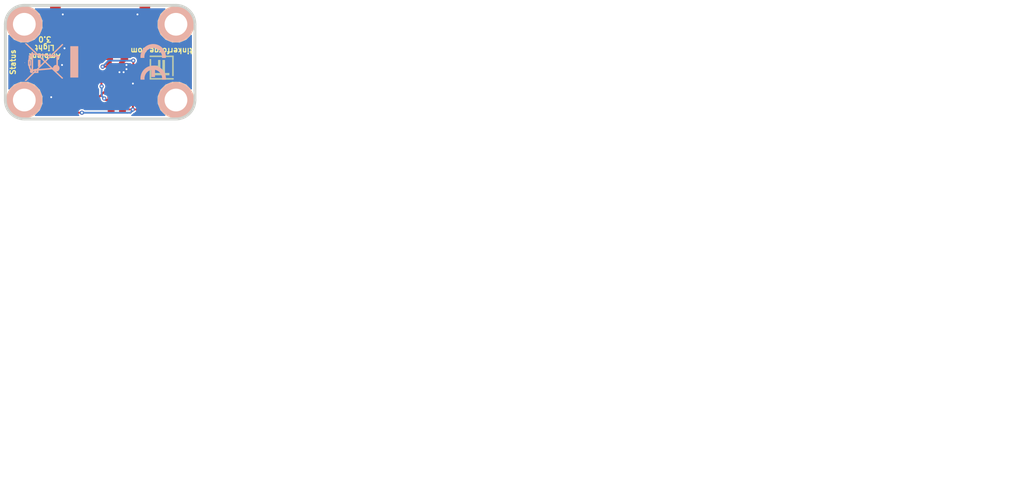
<source format=kicad_pcb>
(kicad_pcb (version 4) (host pcbnew 4.0.2+dfsg1-stable)
  (title_block (title "Ambient Light Bricklet") (date "Do 02 Apr 2015") (rev 2.0) (company Tinkerforge) (comment 1 "Licensed under CERN OHL v.1.1") (comment 2 "Copyright (©) 2015, B.Nordmeyer <bastian@tinkerforge.com>"))
  (layers (0 F.Cu signal) (31 B.Cu signal) (34 B.Paste user) (35 F.Paste user) (36 B.SilkS user) (37 F.SilkS user) (38 B.Mask user) (39 F.Mask user) (44 Edge.Cuts user))
  (net 0 "")
  (net 1 GND)
  (net 2 VCC)
  (net 3 SCL)
  (net 4 SDA)
  (net 5 "Net-(P1-Pad6)")
  (net 6 "Net-(P1-Pad1)")
  (net 7 "Net-(C1-Pad1)")
  (net 8 "Net-(D1-Pad2)")
  (net 9 "Net-(P1-Pad4)")
  (net 10 "Net-(P1-Pad5)")
  (net 11 "Net-(P2-Pad1)")
  (net 12 "Net-(P3-Pad2)")
  (net 13 "Net-(R3-Pad1)")
  (net 14 S-MISO)
  (net 15 S-MOSI)
  (net 16 S-CLK)
  (net 17 S-CS)
  (net 18 "Net-(U1-Pad2)")
  (net 19 "Net-(U1-Pad3)")
  (net 20 "Net-(U1-Pad5)")
  (net 21 "Net-(U1-Pad6)")
  (net 22 "Net-(U1-Pad8)")
  (net 23 "Net-(U1-Pad11)")
  (net 24 "Net-(U1-Pad12)")
  (net 25 "Net-(U1-Pad13)")
  (net 26 "Net-(U1-Pad14)")
  (net 27 "Net-(U1-Pad16)")
  (net 28 "Net-(U1-Pad18)")
  (net 29 "Net-(U1-Pad20)")
  (net 30 "Net-(U1-Pad21)")
  (module kicad-libraries:Fiducial_Mark (layer F.Cu) (at 138.9 88)
    (fp_text reference Fiducial_Mark hide)
    (fp_text value VAL** hide)
    (pad 1 smd circle (at 0 0) (size 1.00076 1.00076) (layers F.Cu F.Paste F.Mask) (clearance 0.65024))
  )
  (module kicad-libraries:Fiducial_Mark (layer F.Cu) (at 153.4 95)
    (fp_text reference Fiducial_Mark hide)
    (fp_text value VAL** hide)
    (pad 1 smd circle (at 0 0) (size 1.00076 1.00076) (layers F.Cu F.Paste F.Mask) (clearance 0.65024))
  )
  (module kicad-libraries:CE_5mm (layer B.Cu) (at 149.4 94 270)
    (fp_text reference VAL hide)
    (fp_text value CE_5mm hide)
  )
  (module kicad-libraries:WEEE_7mm_back (layer B.Cu) (at 136 94 90)
    (fp_text reference VAL hide)
    (fp_text value WEEE_7mm_back hide)
  )
  (module kicad-libraries:Logo_31x31 (layer F.Cu) (at 152.1 96.3 180)
    (fp_text reference G*** hide)
    (fp_text value Logo_31x31 hide)
  )
  (module kicad-libraries:DRILL_NP (layer F.Cu) (at 152.4 89)
    (fp_text reference U6 hide)
    (fp_text value DRILL hide)
    (pad "" np_thru_hole circle (at 0 0) (size 2.99974 2.99974) (drill 2.99974) (layers *.Cu *.Mask F.SilkS) (clearance 0.89916))
  )
  (module kicad-libraries:DRILL_NP (layer F.Cu) (at 132.4 99)
    (fp_text reference U5 hide)
    (fp_text value DRILL hide)
    (pad "" np_thru_hole circle (at 0 0) (size 2.99974 2.99974) (drill 2.99974) (layers *.Cu *.Mask F.SilkS) (clearance 0.89916))
  )
  (module kicad-libraries:DRILL_NP (layer F.Cu) (at 132.4 89)
    (fp_text reference U4 hide)
    (fp_text value DRILL hide)
    (pad "" np_thru_hole circle (at 0 0) (size 2.99974 2.99974) (drill 2.99974) (layers *.Cu *.Mask F.SilkS) (clearance 0.89916))
  )
  (module kicad-libraries:DRILL_NP (layer F.Cu) (at 152.4 99)
    (fp_text reference U3 hide)
    (fp_text value DRILL hide)
    (pad "" np_thru_hole circle (at 0 0) (size 2.99974 2.99974) (drill 2.99974) (layers *.Cu *.Mask F.SilkS) (clearance 0.89916))
  )
  (module kicad-libraries:LTR-329ALS (layer F.Cu) (at 144.6 98.3 90)
    (fp_text reference U2)
    (fp_text value LTR-329ALS)
    (pad 1 smd rect (at -0.7 0.775 90) (size 0.9 0.95) (layers F.Cu F.Paste F.Mask) (net 2 VCC))
    (pad 2 smd rect (at 0.7 0.775 90) (size 0.9 0.95) (layers F.Cu F.Paste F.Mask) (net 1 GND))
    (pad 3 smd rect (at 0.7 -0.775 90) (size 0.9 0.95) (layers F.Cu F.Paste F.Mask) (net 4 SDA))
    (pad 4 smd rect (at -0.7 -0.775 90) (size 0.9 0.95) (layers F.Cu F.Paste F.Mask) (net 3 SCL))
  )
  (module C0402F (layer F.Cu) (at 138.2 92.8 180)
    (fp_text reference C1)
    (fp_text value 220pF)
    (pad 2 smd rect (at 0.5 0 180) (size 0.6 0.7) (layers F.Cu F.Paste F.Mask) (net 1 GND))
    (pad 1 smd rect (at -0.5 0 180) (size 0.6 0.7) (layers F.Cu F.Paste F.Mask) (net 7 "Net-(C1-Pad1)"))
  )
  (module C0805 (layer F.Cu) (at 144.6 93.1)
    (fp_text reference C3)
    (fp_text value 10uF)
    (pad 1 smd rect (at -1.00076 0) (size 1.00076 1.24968) (layers F.Cu F.Paste F.Mask) (net 2 VCC) (clearance 0.14986))
    (pad 2 smd rect (at 1.00076 0) (size 1.00076 1.24968) (layers F.Cu F.Paste F.Mask) (net 1 GND) (clearance 0.14986))
  )
  (module C0603F (layer F.Cu) (at 144.4 94.6)
    (fp_text reference C4)
    (fp_text value 1uF)
    (pad 1 smd rect (at -0.75 0) (size 0.9 0.9) (layers F.Cu F.Paste F.Mask) (net 2 VCC))
    (pad 2 smd rect (at 0.75 0) (size 0.9 0.9) (layers F.Cu F.Paste F.Mask) (net 1 GND))
  )
  (module C0603F (layer F.Cu) (at 137 99.7 135)
    (fp_text reference C5)
    (fp_text value 100nF)
    (pad 1 smd rect (at -0.75 0 135) (size 0.9 0.9) (layers F.Cu F.Paste F.Mask) (net 2 VCC))
    (pad 2 smd rect (at 0.75 0 135) (size 0.9 0.9) (layers F.Cu F.Paste F.Mask) (net 1 GND))
  )
  (module D0603F (layer F.Cu) (at 132.1 94 90)
    (fp_text reference D1)
    (fp_text value blue)
    (pad 1 smd rect (at -0.75 0 90) (size 0.9 0.9) (layers F.Cu F.Paste F.Mask) (net 2 VCC))
    (pad 2 smd rect (at 0.75 0 90) (size 0.9 0.9) (layers F.Cu F.Paste F.Mask) (net 8 "Net-(D1-Pad2)"))
  )
  (module kicad-libraries:CON-SENSOR2 (layer F.Cu) (at 142.4 86.5 180)
    (fp_text reference P1)
    (fp_text value CON-SENSOR2)
    (pad 1 smd rect (at -3.75 -4.6 180) (size 0.6 1.8) (layers F.Cu F.Paste F.Mask) (net 6 "Net-(P1-Pad1)"))
    (pad 2 smd rect (at -2.5 -4.6 180) (size 0.6 1.8) (layers F.Cu F.Paste F.Mask) (net 1 GND))
    (pad EP smd rect (at -5.9 -1.2 180) (size 1.4 2.4) (layers F.Cu F.Paste F.Mask) (net 1 GND))
    (pad EP smd rect (at 5.9 -1.2 180) (size 1.4 2.4) (layers F.Cu F.Paste F.Mask) (net 1 GND))
    (pad 3 smd rect (at -1.25 -4.6 180) (size 0.6 1.8) (layers F.Cu F.Paste F.Mask) (net 2 VCC))
    (pad 4 smd rect (at 0 -4.6 180) (size 0.6 1.8) (layers F.Cu F.Paste F.Mask) (net 9 "Net-(P1-Pad4)"))
    (pad 5 smd rect (at 1.25 -4.6 180) (size 0.6 1.8) (layers F.Cu F.Paste F.Mask) (net 10 "Net-(P1-Pad5)"))
    (pad 6 smd rect (at 2.5 -4.6 180) (size 0.6 1.8) (layers F.Cu F.Paste F.Mask) (net 5 "Net-(P1-Pad6)"))
    (pad 7 smd rect (at 3.75 -4.6 180) (size 0.6 1.8) (layers F.Cu F.Paste F.Mask) (net 7 "Net-(C1-Pad1)"))
  )
  (module kicad-libraries:DEBUG_PAD (layer F.Cu) (at 141.775 99.9)
    (fp_text reference P2)
    (fp_text value DEBUG)
    (pad 1 smd circle (at 0 0) (size 0.7 0.7) (layers F.Cu F.Paste F.Mask) (net 11 "Net-(P2-Pad1)"))
  )
  (module kicad-libraries:SolderJumper (layer F.Cu) (at 136.4 94.6 270)
    (fp_text reference P3)
    (fp_text value BOOT)
    (pad 2 smd rect (at 0.55 0 270) (size 0.3 1.4) (layers F.Cu F.Mask) (net 12 "Net-(P3-Pad2)"))
    (pad 2 smd rect (at 0.15 0 270) (size 0.6 0.5) (layers F.Cu F.Mask) (net 12 "Net-(P3-Pad2)"))
    (pad 1 smd rect (at -0.5 0 270) (size 0.4 1.4) (layers F.Cu F.Mask) (net 1 GND))
    (pad 1 smd rect (at -0.225 0.55 270) (size 0.95 0.3) (layers F.Cu F.Mask) (net 1 GND))
    (pad 1 smd rect (at -0.225 -0.55 270) (size 0.95 0.3) (layers F.Cu F.Mask) (net 1 GND))
  )
  (module kicad-libraries:R0603F (layer F.Cu) (at 134.6 95.6 135)
    (fp_text reference R3)
    (fp_text value 1k)
    (pad 1 smd rect (at -0.75 0 135) (size 0.9 0.9) (layers F.Cu F.Paste F.Mask) (net 13 "Net-(R3-Pad1)"))
    (pad 2 smd rect (at 0.75 0 135) (size 0.9 0.9) (layers F.Cu F.Paste F.Mask) (net 8 "Net-(D1-Pad2)"))
  )
  (module 4X0402 (layer F.Cu) (at 140.5 93.3 180)
    (fp_text reference RP1)
    (fp_text value 82)
    (pad 1 smd rect (at -0.7493 0.575) (size 0.29972 0.65) (layers F.Cu F.Paste F.Mask) (net 9 "Net-(P1-Pad4)"))
    (pad 2 smd rect (at -0.24892 0.575) (size 0.29972 0.65) (layers F.Cu F.Paste F.Mask) (net 10 "Net-(P1-Pad5)"))
    (pad 3 smd rect (at 0.24892 0.575) (size 0.29972 0.65) (layers F.Cu F.Paste F.Mask) (net 5 "Net-(P1-Pad6)"))
    (pad 4 smd rect (at 0.7493 0.575) (size 0.29972 0.65) (layers F.Cu F.Paste F.Mask) (net 7 "Net-(C1-Pad1)"))
    (pad 5 smd rect (at 0.7493 -0.575 180) (size 0.29972 0.65) (layers F.Cu F.Paste F.Mask) (net 14 S-MISO))
    (pad 6 smd rect (at 0.24892 -0.575 180) (size 0.29972 0.65) (layers F.Cu F.Paste F.Mask) (net 15 S-MOSI))
    (pad 7 smd rect (at -0.24892 -0.575 180) (size 0.29972 0.65) (layers F.Cu F.Paste F.Mask) (net 16 S-CLK))
    (pad 8 smd rect (at -0.7493 -0.575 180) (size 0.29972 0.65) (layers F.Cu F.Paste F.Mask) (net 17 S-CS))
  )
  (module kicad-libraries:QFN24-4x4mm-0.5mm (layer F.Cu) (at 139.4 97.2 315)
    (fp_text reference U1)
    (fp_text value XMC1XXX24)
    (pad 1 smd oval (at -2.025 -1.25 315) (size 1 0.3) (layers F.Cu F.Paste F.Mask) (net 14 S-MISO))
    (pad 2 smd oval (at -2.025 -0.75 315) (size 1 0.3) (layers F.Cu F.Paste F.Mask) (net 18 "Net-(U1-Pad2)"))
    (pad 3 smd oval (at -2.025 -0.25 315) (size 1 0.3) (layers F.Cu F.Paste F.Mask) (net 19 "Net-(U1-Pad3)"))
    (pad 4 smd oval (at -2.025 0.25 315) (size 1 0.3) (layers F.Cu F.Paste F.Mask) (net 12 "Net-(P3-Pad2)"))
    (pad 5 smd oval (at -2.025 0.75 315) (size 1 0.3) (layers F.Cu F.Paste F.Mask) (net 20 "Net-(U1-Pad5)"))
    (pad 6 smd oval (at -2.025 1.25 315) (size 1 0.3) (layers F.Cu F.Paste F.Mask) (net 21 "Net-(U1-Pad6)"))
    (pad 7 smd oval (at -1.25 2.025 45) (size 1 0.3) (layers F.Cu F.Paste F.Mask) (net 13 "Net-(R3-Pad1)"))
    (pad 8 smd oval (at -0.75 2.025 45) (size 1 0.3) (layers F.Cu F.Paste F.Mask) (net 22 "Net-(U1-Pad8)"))
    (pad 9 smd oval (at -0.25 2.025 45) (size 1 0.3) (layers F.Cu F.Paste F.Mask) (net 1 GND))
    (pad 10 smd oval (at 0.25 2.025 45) (size 1 0.3) (layers F.Cu F.Paste F.Mask) (net 2 VCC))
    (pad 11 smd oval (at 0.75 2.025 45) (size 1 0.3) (layers F.Cu F.Paste F.Mask) (net 23 "Net-(U1-Pad11)"))
    (pad 12 smd oval (at 1.25 2.025 45) (size 1 0.3) (layers F.Cu F.Paste F.Mask) (net 24 "Net-(U1-Pad12)"))
    (pad 13 smd oval (at 2.025 1.25 315) (size 1 0.3) (layers F.Cu F.Paste F.Mask) (net 25 "Net-(U1-Pad13)"))
    (pad 14 smd oval (at 2.025 0.75 315) (size 1 0.3) (layers F.Cu F.Paste F.Mask) (net 26 "Net-(U1-Pad14)"))
    (pad 15 smd oval (at 2.025 0.25 315) (size 1 0.3) (layers F.Cu F.Paste F.Mask) (net 11 "Net-(P2-Pad1)"))
    (pad 16 smd oval (at 2.025 -0.25 315) (size 1 0.3) (layers F.Cu F.Paste F.Mask) (net 27 "Net-(U1-Pad16)"))
    (pad 17 smd oval (at 2.025 -0.75 315) (size 1 0.3) (layers F.Cu F.Paste F.Mask) (net 4 SDA))
    (pad 18 smd oval (at 2.025 -1.25 315) (size 1 0.3) (layers F.Cu F.Paste F.Mask) (net 28 "Net-(U1-Pad18)"))
    (pad 19 smd oval (at 1.25 -2.025 45) (size 1 0.3) (layers F.Cu F.Paste F.Mask) (net 3 SCL))
    (pad 20 smd oval (at 0.75 -2.025 45) (size 1 0.3) (layers F.Cu F.Paste F.Mask) (net 29 "Net-(U1-Pad20)"))
    (pad 21 smd oval (at 0.25 -2.025 45) (size 1 0.3) (layers F.Cu F.Paste F.Mask) (net 30 "Net-(U1-Pad21)"))
    (pad 22 smd oval (at -0.25 -2.025 45) (size 1 0.3) (layers F.Cu F.Paste F.Mask) (net 17 S-CS))
    (pad 23 smd oval (at -0.75 -2.025 45) (size 1 0.3) (layers F.Cu F.Paste F.Mask) (net 16 S-CLK))
    (pad 24 smd oval (at -1.25 -2.025 45) (size 1 0.3) (layers F.Cu F.Paste F.Mask) (net 15 S-MOSI))
    (pad EXP smd rect (at 0.65 0.65 315) (size 1.3 1.3) (layers F.Cu F.Paste F.Mask) (net 1 GND))
    (pad EXP smd rect (at 0.65 -0.65 315) (size 1.3 1.3) (layers F.Cu F.Paste F.Mask) (net 1 GND))
    (pad EXP smd rect (at -0.65 0.65 315) (size 1.3 1.3) (layers F.Cu F.Paste F.Mask) (net 1 GND))
    (pad EXP smd rect (at -0.65 -0.65 315) (size 1.3 1.3) (layers F.Cu F.Paste F.Mask) (net 1 GND))
  )
  (module kicad-libraries:C0603F (layer F.Cu) (at 146.725 98.3 270)
    (fp_text reference C2)
    (fp_text value 100nF)
    (pad 1 smd rect (at -0.75 0 270) (size 0.9 0.9) (layers F.Cu F.Paste F.Mask) (net 1 GND))
    (pad 2 smd rect (at 0.75 0 270) (size 0.9 0.9) (layers F.Cu F.Paste F.Mask) (net 2 VCC))
  )
  (module kicad-libraries:R0603F (layer F.Cu) (at 144.6 96.3 180)
    (fp_text reference R1)
    (fp_text value 2k2)
    (pad 1 smd rect (at -0.75 0 180) (size 0.9 0.9) (layers F.Cu F.Paste F.Mask) (net 2 VCC))
    (pad 2 smd rect (at 0.75 0 180) (size 0.9 0.9) (layers F.Cu F.Paste F.Mask) (net 4 SDA))
  )
  (module kicad-libraries:R0603F (layer F.Cu) (at 144.6 100.3 180)
    (fp_text reference R2)
    (fp_text value 2k2)
    (pad 1 smd rect (at -0.75 0 180) (size 0.9 0.9) (layers F.Cu F.Paste F.Mask) (net 2 VCC))
    (pad 2 smd rect (at 0.75 0 180) (size 0.9 0.9) (layers F.Cu F.Paste F.Mask) (net 3 SCL))
  )
  (gr_text Status (at 130.9 94 90) (layer F.SilkS) (effects (font (size 0.7 0.7))))
  (gr_text "Ambient\nLight\n3.0" (at 135.1 92.1 180) (layer F.SilkS) (effects (font (size 0.7 0.7))))
  (gr_text tinkerforge.com (at 150.5 92.5 180) (layer F.SilkS) (effects (font (size 0.7 0.7))))
  (gr_line (start 132.4 101.5) (end 152.4 101.5) (angle 90) (layer Edge.Cuts) (width 0.381))
  (gr_line (start 129.9 89) (end 129.9 99) (angle 90) (layer Edge.Cuts) (width 0.381))
  (gr_line (start 152.4 86.5) (end 132.4 86.5) (angle 90) (layer Edge.Cuts) (width 0.381))
  (gr_line (start 154.9 99) (end 154.9 89) (angle 90) (layer Edge.Cuts) (width 0.381))
  (gr_arc (start 152.4 99) (end 154.9 99) (angle 90) (layer Edge.Cuts) (width 0.381))
  (gr_arc (start 132.4 99) (end 132.4 101.5) (angle 90) (layer Edge.Cuts) (width 0.381))
  (gr_arc (start 132.4 89) (end 129.9 89) (angle 90) (layer Edge.Cuts) (width 0.381))
  (gr_arc (start 152.4 89) (end 152.4 86.5) (angle 90) (layer Edge.Cuts) (width 0.381))
  (segment (start 136.95 94.375) (end 137.375 94.375) (width 0.25) (layer F.Cu) (net 1))
  (via (at 137.375 94.375) (size 0.55) (drill 0.25) (layers F.Cu B.Cu) (net 1))
  (segment (start 136.4 94.1) (end 136.8 94.1) (width 0.25) (layer F.Cu) (net 1))
  (segment (start 136.8 94.1) (end 136.95 94.25) (width 0.25) (layer F.Cu) (net 1))
  (segment (start 136.95 94.25) (end 136.95 94.575) (width 0.25) (layer F.Cu) (net 1))
  (segment (start 136.95 94.575) (end 136.95 94.375) (width 0.25) (layer F.Cu) (net 1))
  (segment (start 135.85 94.375) (end 135.85 94.2) (width 0.25) (layer F.Cu) (net 1))
  (segment (start 135.85 94.2) (end 135.95 94.1) (width 0.25) (layer F.Cu) (net 1))
  (segment (start 135.95 94.1) (end 136.375 94.1) (width 0.25) (layer F.Cu) (net 1))
  (segment (start 136.375 94.1) (end 136.4 94.1) (width 0.25) (layer F.Cu) (net 1))
  (via (at 144.95 95.325) (size 0.55) (drill 0.25) (layers F.Cu B.Cu) (net 1))
  (segment (start 144.95 94.8) (end 144.95 95.325) (width 0.55) (layer F.Cu) (net 1))
  (segment (start 145.15 95.125) (end 145.15 94.6) (width 0.55) (layer F.Cu) (net 1))
  (segment (start 144.95 95.325) (end 145.5 95.325) (width 0.55) (layer F.Cu) (net 1))
  (via (at 145.5 95.325) (size 0.55) (drill 0.25) (layers F.Cu B.Cu) (net 1))
  (segment (start 145.15 95.125) (end 144.95 95.325) (width 0.55) (layer F.Cu) (net 1))
  (segment (start 145.15 94.6) (end 145.15 94.975) (width 0.55) (layer F.Cu) (net 1))
  (via (at 145.875 94.925) (size 0.55) (drill 0.25) (layers F.Cu B.Cu) (net 1))
  (segment (start 145.5 95.325) (end 145.15 94.975) (width 0.55) (layer F.Cu) (net 1))
  (segment (start 145.5 95.3) (end 145.875 94.925) (width 0.55) (layer F.Cu) (net 1))
  (segment (start 145.5 95.325) (end 145.5 95.3) (width 0.55) (layer F.Cu) (net 1))
  (via (at 145.875 94.375) (size 0.55) (drill 0.25) (layers F.Cu B.Cu) (net 1))
  (segment (start 145.875 94.925) (end 145.55 94.6) (width 0.55) (layer F.Cu) (net 1))
  (segment (start 145.875 94.925) (end 145.875 94.375) (width 0.55) (layer F.Cu) (net 1))
  (segment (start 146.725 97.55) (end 146.725 96.825) (width 0.55) (layer F.Cu) (net 1))
  (via (at 146.725 96.825) (size 0.55) (drill 0.25) (layers F.Cu B.Cu) (net 1))
  (segment (start 136.46967 99.16967) (end 136.46967 99.14467) (width 0.55) (layer F.Cu) (net 1))
  (segment (start 136.46967 99.14467) (end 135.95 98.625) (width 0.55) (layer F.Cu) (net 1))
  (via (at 135.95 98.625) (size 0.55) (drill 0.25) (layers F.Cu B.Cu) (net 1))
  (segment (start 137.7 92.8) (end 137.7 92.175) (width 0.55) (layer F.Cu) (net 1))
  (via (at 137.7 92.175) (size 0.55) (drill 0.25) (layers F.Cu B.Cu) (net 1))
  (segment (start 145.875 94.375) (end 145.375 94.375) (width 0.55) (layer F.Cu) (net 1))
  (segment (start 145.375 94.375) (end 145.15 94.6) (width 0.55) (layer F.Cu) (net 1))
  (segment (start 145.65 94.6) (end 145.875 94.375) (width 0.55) (layer F.Cu) (net 1))
  (segment (start 145.65 94.6) (end 145.15 94.6) (width 0.55) (layer F.Cu) (net 1))
  (segment (start 145.15 94.6) (end 145.55 94.6) (width 0.55) (layer F.Cu) (net 1))
  (segment (start 145.15 94.6) (end 145.15 94.15) (width 0.55) (layer F.Cu) (net 1))
  (segment (start 145.15 94.15) (end 145.60076 93.69924) (width 0.55) (layer F.Cu) (net 1))
  (segment (start 145.60076 93.69924) (end 145.60076 93.1) (width 0.55) (layer F.Cu) (net 1))
  (segment (start 144.9 91.1) (end 144.9 92.1) (width 0.55) (layer F.Cu) (net 1))
  (segment (start 144.9 92.1) (end 145.60076 92.80076) (width 0.55) (layer F.Cu) (net 1))
  (segment (start 145.60076 92.80076) (end 145.60076 93.1) (width 0.55) (layer F.Cu) (net 1))
  (segment (start 148.3 87.7) (end 147.325 87.7) (width 0.55) (layer F.Cu) (net 1))
  (via (at 147.325 87.7) (size 0.55) (drill 0.25) (layers F.Cu B.Cu) (net 1))
  (segment (start 136.5 87.7) (end 137.475 87.7) (width 0.55) (layer F.Cu) (net 1))
  (via (at 137.475 87.7) (size 0.55) (drill 0.25) (layers F.Cu B.Cu) (net 1))
  (segment (start 145.375 97.6) (end 146.675 97.6) (width 0.25) (layer F.Cu) (net 1))
  (segment (start 146.675 97.6) (end 146.725 97.55) (width 0.25) (layer F.Cu) (net 1))
  (segment (start 137.791332 98.455115) (end 137.794885 98.455115) (width 0.25) (layer F.Cu) (net 1))
  (segment (start 137.794885 98.455115) (end 138.480761 97.769239) (width 0.25) (layer F.Cu) (net 1))
  (segment (start 138.480761 97.769239) (end 138.480761 97.2) (width 0.25) (layer F.Cu) (net 1))
  (segment (start 138.480761 97.2) (end 139.4 96.280761) (width 0.25) (layer F.Cu) (net 1))
  (segment (start 139.4 96.280761) (end 140.319239 97.2) (width 0.25) (layer F.Cu) (net 1))
  (segment (start 140.319239 97.2) (end 139.4 98.119239) (width 0.25) (layer F.Cu) (net 1))
  (segment (start 139.4 98.119239) (end 138.480761 97.2) (width 0.25) (layer F.Cu) (net 1))
  (segment (start 137.791332 98.455115) (end 137.791332 98.458668) (width 0.25) (layer F.Cu) (net 1))
  (segment (start 137.791332 98.458668) (end 137.325 98.925) (width 0.25) (layer F.Cu) (net 1))
  (segment (start 137.325 98.925) (end 136.71434 98.925) (width 0.25) (layer F.Cu) (net 1))
  (segment (start 136.71434 98.925) (end 136.46967 99.16967) (width 0.25) (layer F.Cu) (net 1))
  (segment (start 147.8 96.675) (end 147.8 96.675) (width 0.25) (layer F.Cu) (net 2))
  (segment (start 146.775 95.65) (end 146.775 94.725) (width 0.25) (layer F.Cu) (net 2))
  (segment (start 147.8 96.675) (end 146.775 95.65) (width 0.25) (layer F.Cu) (net 2))
  (segment (start 143.65 94.6) (end 142.725 94.6) (width 0.25) (layer F.Cu) (net 2))
  (segment (start 146.775 93.8) (end 146.775 94.725) (width 0.25) (layer F.Cu) (net 2))
  (via (at 146.775 93.8) (size 0.55) (drill 0.25) (layers F.Cu B.Cu) (net 2))
  (segment (start 143.525 93.8) (end 146.775 93.8) (width 0.25) (layer B.Cu) (net 2))
  (segment (start 142.725 94.6) (end 143.525 93.8) (width 0.25) (layer B.Cu) (net 2))
  (via (at 142.725 94.6) (size 0.55) (drill 0.25) (layers F.Cu B.Cu) (net 2))
  (segment (start 146.05 96.3) (end 145.35 96.3) (width 0.25) (layer F.Cu) (net 2))
  (segment (start 147.225 96.175) (end 146.175 96.175) (width 0.25) (layer F.Cu) (net 2))
  (segment (start 146.175 96.175) (end 146.05 96.3) (width 0.25) (layer F.Cu) (net 2))
  (segment (start 147.3 96.175) (end 147.225 96.175) (width 0.25) (layer F.Cu) (net 2))
  (segment (start 146.7 100.25) (end 147.425 100.25) (width 0.25) (layer F.Cu) (net 2))
  (segment (start 147.425 100.25) (end 147.8 99.875) (width 0.25) (layer F.Cu) (net 2))
  (segment (start 147.8 99.875) (end 147.8 96.675) (width 0.25) (layer F.Cu) (net 2))
  (segment (start 147.8 96.675) (end 147.3 96.175) (width 0.25) (layer F.Cu) (net 2))
  (segment (start 146.7 100.25) (end 145.4 100.25) (width 0.25) (layer F.Cu) (net 2))
  (segment (start 145.4 100.25) (end 145.35 100.3) (width 0.25) (layer F.Cu) (net 2))
  (segment (start 137.53033 100.23033) (end 137.55533 100.23033) (width 0.25) (layer F.Cu) (net 2))
  (segment (start 137.55533 100.23033) (end 138 100.675) (width 0.25) (layer F.Cu) (net 2))
  (segment (start 146.725 100.225) (end 146.725 99.05) (width 0.25) (layer F.Cu) (net 2))
  (segment (start 146.7 100.25) (end 146.725 100.225) (width 0.25) (layer F.Cu) (net 2))
  (via (at 146.7 100.25) (size 0.55) (drill 0.25) (layers F.Cu B.Cu) (net 2))
  (segment (start 146.7 100.375) (end 146.7 100.25) (width 0.25) (layer B.Cu) (net 2))
  (segment (start 146.4 100.675) (end 146.7 100.375) (width 0.25) (layer B.Cu) (net 2))
  (segment (start 145.975 100.675) (end 146.4 100.675) (width 0.25) (layer B.Cu) (net 2))
  (segment (start 140 100.675) (end 145.975 100.675) (width 0.25) (layer B.Cu) (net 2))
  (via (at 140 100.675) (size 0.55) (drill 0.25) (layers F.Cu B.Cu) (net 2))
  (segment (start 138 100.675) (end 140 100.675) (width 0.25) (layer F.Cu) (net 2))
  (segment (start 143.65 94.6) (end 143.65 93.15076) (width 0.55) (layer F.Cu) (net 2))
  (segment (start 143.65 93.15076) (end 143.59924 93.1) (width 0.55) (layer F.Cu) (net 2))
  (segment (start 143.65 91.1) (end 143.65 93.04924) (width 0.55) (layer F.Cu) (net 2))
  (segment (start 143.65 93.04924) (end 143.59924 93.1) (width 0.55) (layer F.Cu) (net 2))
  (segment (start 132.1 94.75) (end 132.35 94.75) (width 0.25) (layer F.Cu) (net 2))
  (segment (start 132.35 94.75) (end 135.225 97.625) (width 0.25) (layer F.Cu) (net 2))
  (segment (start 135.225 97.625) (end 135.225 99.75) (width 0.25) (layer F.Cu) (net 2))
  (segment (start 135.225 99.75) (end 136.1 100.625) (width 0.25) (layer F.Cu) (net 2))
  (segment (start 136.1 100.625) (end 137.13566 100.625) (width 0.25) (layer F.Cu) (net 2))
  (segment (start 137.13566 100.625) (end 137.53033 100.23033) (width 0.25) (layer F.Cu) (net 2))
  (segment (start 145.375 99) (end 146.675 99) (width 0.25) (layer F.Cu) (net 2))
  (segment (start 146.675 99) (end 146.725 99.05) (width 0.25) (layer F.Cu) (net 2))
  (segment (start 145.35 100.3) (end 145.35 99.025) (width 0.25) (layer F.Cu) (net 2))
  (segment (start 145.35 99.025) (end 145.375 99) (width 0.25) (layer F.Cu) (net 2))
  (segment (start 138.144885 98.808668) (end 138.141332 98.808668) (width 0.25) (layer F.Cu) (net 2))
  (segment (start 138.141332 98.808668) (end 137.725 99.225) (width 0.25) (layer F.Cu) (net 2))
  (segment (start 137.725 99.225) (end 137.725 100.03566) (width 0.25) (layer F.Cu) (net 2))
  (segment (start 137.725 100.03566) (end 137.53033 100.23033) (width 0.25) (layer F.Cu) (net 2))
  (segment (start 143.825 99) (end 143.15 99) (width 0.25) (layer F.Cu) (net 3))
  (segment (start 142.35 96.3) (end 142.067767 96.3) (width 0.25) (layer F.Cu) (net 3))
  (segment (start 142.575 96.525) (end 142.35 96.3) (width 0.25) (layer F.Cu) (net 3))
  (segment (start 142.575 97.175) (end 142.575 96.525) (width 0.25) (layer F.Cu) (net 3))
  (segment (start 142.6 97.2) (end 142.575 97.175) (width 0.25) (layer F.Cu) (net 3))
  (via (at 142.6 97.2) (size 0.55) (drill 0.25) (layers F.Cu B.Cu) (net 3))
  (segment (start 142.6 98.45) (end 142.6 97.2) (width 0.25) (layer B.Cu) (net 3))
  (segment (start 142.95 98.8) (end 142.6 98.45) (width 0.25) (layer B.Cu) (net 3))
  (via (at 142.95 98.8) (size 0.55) (drill 0.25) (layers F.Cu B.Cu) (net 3))
  (segment (start 143.15 99) (end 142.95 98.8) (width 0.25) (layer F.Cu) (net 3))
  (segment (start 142.067767 96.3) (end 141.715775 96.651992) (width 0.25) (layer F.Cu) (net 3))
  (segment (start 143.85 100.3) (end 143.85 99.025) (width 0.25) (layer F.Cu) (net 3))
  (segment (start 143.85 99.025) (end 143.825 99) (width 0.25) (layer F.Cu) (net 3))
  (segment (start 143.825 97.6) (end 143.275 97.6) (width 0.25) (layer F.Cu) (net 4))
  (segment (start 141.78566 98.525) (end 141.362221 98.101561) (width 0.25) (layer F.Cu) (net 4))
  (segment (start 142.35 98.525) (end 141.78566 98.525) (width 0.25) (layer F.Cu) (net 4))
  (segment (start 143.275 97.6) (end 142.35 98.525) (width 0.25) (layer F.Cu) (net 4))
  (segment (start 143.825 97.6) (end 143.825 96.325) (width 0.25) (layer F.Cu) (net 4))
  (segment (start 143.825 96.325) (end 143.85 96.3) (width 0.25) (layer F.Cu) (net 4))
  (segment (start 139.9 91.1) (end 139.9 91.9) (width 0.2) (layer F.Cu) (net 5))
  (segment (start 139.9 91.9) (end 140.25108 92.25108) (width 0.2) (layer F.Cu) (net 5))
  (segment (start 140.25108 92.25108) (end 140.25108 92.725) (width 0.2) (layer F.Cu) (net 5))
  (segment (start 138.65 91.1) (end 138.65 92.75) (width 0.2) (layer F.Cu) (net 7))
  (segment (start 138.65 92.75) (end 138.675 92.725) (width 0.2) (layer F.Cu) (net 7))
  (segment (start 138.675 92.725) (end 139.7507 92.725) (width 0.2) (layer F.Cu) (net 7))
  (segment (start 134.06967 95.06967) (end 134.06967 94.86967) (width 0.3) (layer F.Cu) (net 8))
  (segment (start 134.06967 94.86967) (end 132.45 93.25) (width 0.25) (layer F.Cu) (net 8))
  (segment (start 132.45 93.25) (end 132.1 93.25) (width 0.3) (layer F.Cu) (net 8))
  (segment (start 141.2493 92.725) (end 141.875 92.725) (width 0.2) (layer F.Cu) (net 9))
  (segment (start 142.4 92.2) (end 142.4 91.1) (width 0.2) (layer F.Cu) (net 9))
  (segment (start 141.875 92.725) (end 142.4 92.2) (width 0.2) (layer F.Cu) (net 9))
  (segment (start 140.74892 92.725) (end 140.74892 92.25108) (width 0.2) (layer F.Cu) (net 10))
  (segment (start 140.74892 92.25108) (end 141.15 91.85) (width 0.2) (layer F.Cu) (net 10))
  (segment (start 141.15 91.85) (end 141.15 91.1) (width 0.2) (layer F.Cu) (net 10))
  (segment (start 140.655115 98.808668) (end 140.683668 98.808668) (width 0.25) (layer F.Cu) (net 11))
  (segment (start 140.683668 98.808668) (end 141.775 99.9) (width 0.25) (layer F.Cu) (net 11))
  (segment (start 136.4 94.75) (end 136.4 95.15) (width 0.25) (layer F.Cu) (net 12))
  (segment (start 137.791332 95.944885) (end 137.791332 95.941332) (width 0.25) (layer F.Cu) (net 12))
  (segment (start 137.791332 95.941332) (end 137.375 95.525) (width 0.25) (layer F.Cu) (net 12))
  (segment (start 137.375 95.525) (end 136.575 95.525) (width 0.25) (layer F.Cu) (net 12))
  (segment (start 136.575 95.525) (end 136.4 95.35) (width 0.25) (layer F.Cu) (net 12))
  (segment (start 136.4 95.35) (end 136.4 95.15) (width 0.25) (layer F.Cu) (net 12))
  (segment (start 137.084225 97.748008) (end 137.048008 97.748008) (width 0.25) (layer F.Cu) (net 13))
  (segment (start 137.048008 97.748008) (end 135.43033 96.13033) (width 0.25) (layer F.Cu) (net 13))
  (segment (start 135.43033 96.13033) (end 135.13033 96.13033) (width 0.25) (layer F.Cu) (net 13))
  (segment (start 139.7507 93.875) (end 138.625 93.875) (width 0.2) (layer F.Cu) (net 14))
  (segment (start 138.4 94.432233) (end 138.851992 94.884225) (width 0.2) (layer F.Cu) (net 14))
  (segment (start 138.4 94.1) (end 138.4 94.432233) (width 0.2) (layer F.Cu) (net 14))
  (segment (start 138.625 93.875) (end 138.4 94.1) (width 0.2) (layer F.Cu) (net 14))
  (segment (start 140.25108 93.875) (end 140.25108 94.581153) (width 0.2) (layer F.Cu) (net 15))
  (segment (start 140.25108 94.581153) (end 139.948008 94.884225) (width 0.2) (layer F.Cu) (net 15))
  (segment (start 140.74892 93.875) (end 140.74892 94.79042) (width 0.2) (layer F.Cu) (net 16))
  (segment (start 140.74892 94.79042) (end 140.301561 95.237779) (width 0.2) (layer F.Cu) (net 16))
  (segment (start 141.2493 93.875) (end 141.2493 94.997147) (width 0.2) (layer F.Cu) (net 17))
  (segment (start 141.2493 94.997147) (end 140.655115 95.591332) (width 0.2) (layer F.Cu) (net 17))
  (zone (net 1) (net_name GND) (layer B.Cu) (connect_pads (clearance 0.2)) (min_thickness 0.15) (fill yes (arc_segments 16) (thermal_gap 0) (thermal_bridge_width 0.2))
    (polygon (pts (xy 129.9 86.5) (xy 154.9 86.5) (xy 154.9 101.5) (xy 129.9 101.5)))
  )
)
</source>
